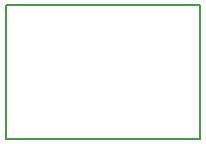
<source format=gko>
G04 MADE WITH FRITZING*
G04 WWW.FRITZING.ORG*
G04 DOUBLE SIDED*
G04 HOLES PLATED*
G04 CONTOUR ON CENTER OF CONTOUR VECTOR*
%ASAXBY*%
%FSLAX23Y23*%
%MOIN*%
%OFA0B0*%
%SFA1.0B1.0*%
%ADD10R,0.653543X0.456693*%
%ADD11C,0.008000*%
%ADD10C,0.008*%
%LNCONTOUR*%
G90*
G70*
G54D10*
G54D11*
X4Y453D02*
X650Y453D01*
X650Y4D01*
X4Y4D01*
X4Y453D01*
D02*
G04 End of contour*
M02*
</source>
